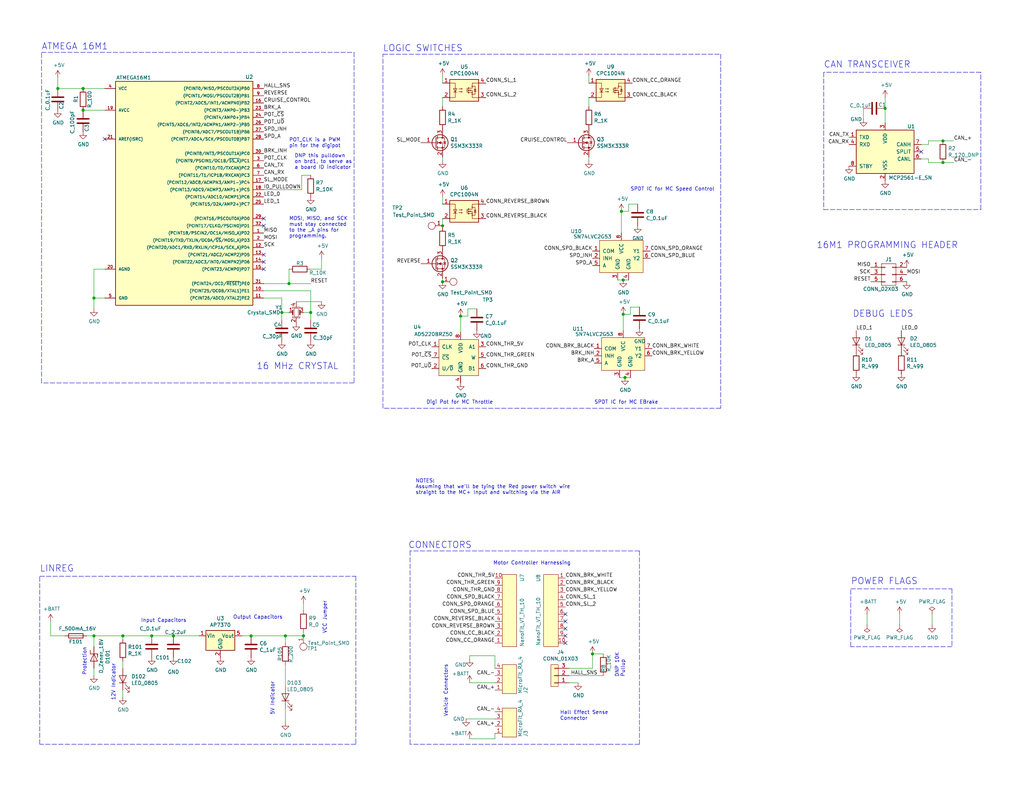
<source format=kicad_sch>
(kicad_sch (version 20211123) (generator eeschema)
  (paper "User" 359.994 279.4)
  (title_block (title "go-kart/motor_ctrl") (date "2022-02-26") (rev "1") (company "Olin Electric Motorsports") (comment 1 "Adi Ramachandran"))
  (junction (at 29.21 38.735))
  (junction (at 155.575 79.375))
  (junction (at 219.075 110.49))
  (junction (at 88.265 223.52))
  (junction (at 43.18 223.52))
  (junction (at 219.075 98.425))
  (junction (at 20.32 31.115))
  (junction (at 109.22 109.855))
  (junction (at 219.71 132.715))
  (junction (at 208.28 229.87))
  (junction (at 331.47 57.15))
  (junction (at 331.47 49.53))
  (junction (at 99.06 109.855))
  (junction (at 53.34 223.52))
  (junction (at 29.21 31.115))
  (junction (at 311.15 38.1))
  (junction (at 60.96 223.52))
  (junction (at 161.925 111.125))
  (junction (at 101.6 99.695))
  (junction (at 106.68 223.52))
  (junction (at 33.02 104.775))
  (junction (at 33.02 223.52))
  (junction (at 100.33 223.52))
  (junction (at 218.44 74.295))
  (junction (at 155.575 99.06))
  (no_connect (at 198.755 226.06))
  (no_connect (at 198.755 223.52))
  (no_connect (at 92.71 89.535))
  (no_connect (at 36.83 48.895))
  (no_connect (at 198.755 218.44))
  (no_connect (at 198.755 220.98))
  (no_connect (at 323.85 53.34))
  (no_connect (at 92.71 76.835))
  (no_connect (at 198.755 215.9))
  (no_connect (at 92.71 92.075))
  (no_connect (at 92.71 79.375))
  (no_connect (at 92.71 94.615))
  (wire (pts (xy 109.22 109.855) (xy 109.22 112.395)))
  (polyline (pts (xy 299.085 207.01) (xy 334.645 207.01)))
  (wire (pts (xy 109.22 94.615) (xy 113.03 94.615)))
  (wire (pts (xy 208.28 234.95) (xy 208.28 229.87)))
  (wire (pts (xy 92.71 99.695) (xy 101.6 99.695)))
  (polyline (pts (xy 124.46 18.415) (xy 124.46 134.62)))
  (wire (pts (xy 218.44 81.915) (xy 218.44 74.295)))
  (wire (pts (xy 43.18 223.52) (xy 53.34 223.52)))
  (wire (pts (xy 155.575 69.215) (xy 155.575 71.755)))
  (wire (pts (xy 106.045 66.675) (xy 106.045 61.595)))
  (polyline (pts (xy 344.805 73.66) (xy 344.805 25.4)))
  (wire (pts (xy 33.02 234.95) (xy 33.02 237.49)))
  (wire (pts (xy 100.33 226.06) (xy 100.33 223.52)))
  (wire (pts (xy 303.53 38.1) (xy 303.53 41.91)))
  (wire (pts (xy 155.575 34.29) (xy 155.575 37.465)))
  (wire (pts (xy 200.025 240.03) (xy 203.2 240.03)))
  (polyline (pts (xy 124.46 134.62) (xy 14.605 134.62)))
  (wire (pts (xy 33.02 94.615) (xy 36.83 94.615)))
  (wire (pts (xy 304.8 215.9) (xy 304.8 219.71)))
  (polyline (pts (xy 13.97 202.565) (xy 125.095 202.565)))
  (wire (pts (xy 208.28 229.87) (xy 212.09 229.87)))
  (wire (pts (xy 221.615 107.95) (xy 224.79 107.95)))
  (polyline (pts (xy 14.605 134.62) (xy 14.605 18.415)))
  (wire (pts (xy 161.925 111.125) (xy 164.465 111.125)))
  (wire (pts (xy 311.15 43.18) (xy 311.15 38.1)))
  (wire (pts (xy 17.78 218.44) (xy 17.78 223.52)))
  (polyline (pts (xy 224.79 193.675) (xy 144.145 193.675)))
  (wire (pts (xy 207.01 56.515) (xy 207.01 55.245)))
  (wire (pts (xy 219.075 98.425) (xy 220.98 98.425)))
  (wire (pts (xy 33.02 227.33) (xy 33.02 223.52)))
  (polyline (pts (xy 125.095 261.62) (xy 13.97 261.62)))
  (polyline (pts (xy 224.79 261.62) (xy 144.145 261.62)))
  (polyline (pts (xy 344.805 25.4) (xy 289.56 25.4)))
  (wire (pts (xy 106.68 214.63) (xy 106.68 212.09)))
  (wire (pts (xy 43.18 242.57) (xy 43.18 245.11)))
  (wire (pts (xy 33.02 108.585) (xy 33.02 104.775)))
  (wire (pts (xy 165.1 230.505) (xy 165.1 231.775)))
  (wire (pts (xy 106.045 61.595) (xy 109.22 61.595)))
  (wire (pts (xy 164.465 111.125) (xy 164.465 108.585)))
  (wire (pts (xy 101.6 99.695) (xy 109.22 99.695)))
  (wire (pts (xy 53.34 223.52) (xy 60.96 223.52)))
  (wire (pts (xy 220.98 71.755) (xy 224.155 71.755)))
  (wire (pts (xy 113.03 94.615) (xy 113.03 90.805)))
  (wire (pts (xy 167.64 108.585) (xy 164.465 108.585)))
  (wire (pts (xy 219.075 110.49) (xy 221.615 110.49)))
  (wire (pts (xy 100.33 223.52) (xy 106.68 223.52)))
  (wire (pts (xy 221.615 110.49) (xy 221.615 107.95)))
  (polyline (pts (xy 253.365 19.05) (xy 253.365 143.51)))
  (wire (pts (xy 155.575 26.67) (xy 155.575 29.21)))
  (polyline (pts (xy 253.365 143.51) (xy 134.62 143.51)))
  (wire (pts (xy 173.99 259.715) (xy 173.99 257.81)))
  (wire (pts (xy 29.21 31.115) (xy 36.83 31.115)))
  (wire (pts (xy 217.17 98.425) (xy 219.075 98.425)))
  (wire (pts (xy 109.22 102.235) (xy 92.71 102.235)))
  (wire (pts (xy 36.83 38.735) (xy 29.21 38.735)))
  (polyline (pts (xy 289.56 73.66) (xy 344.805 73.66)))
  (polyline (pts (xy 134.62 143.51) (xy 134.62 19.05)))
  (wire (pts (xy 212.09 237.49) (xy 200.025 237.49)))
  (wire (pts (xy 100.33 248.92) (xy 100.33 254)))
  (wire (pts (xy 323.85 55.88) (xy 326.39 55.88)))
  (wire (pts (xy 163.83 252.73) (xy 173.99 252.73)))
  (wire (pts (xy 165.1 259.715) (xy 173.99 259.715)))
  (wire (pts (xy 207.01 26.67) (xy 207.01 29.21)))
  (wire (pts (xy 326.39 55.88) (xy 326.39 57.15)))
  (wire (pts (xy 36.83 104.775) (xy 33.02 104.775)))
  (polyline (pts (xy 224.79 193.675) (xy 224.79 261.62)))
  (wire (pts (xy 155.575 97.79) (xy 155.575 99.06)))
  (wire (pts (xy 20.32 31.115) (xy 29.21 31.115)))
  (wire (pts (xy 326.39 50.8) (xy 326.39 49.53)))
  (polyline (pts (xy 134.62 19.05) (xy 253.365 19.05)))
  (polyline (pts (xy 334.645 207.01) (xy 334.645 227.33)))
  (wire (pts (xy 165.1 240.03) (xy 173.99 240.03)))
  (polyline (pts (xy 334.645 227.33) (xy 299.085 227.33)))
  (wire (pts (xy 331.47 49.53) (xy 335.28 49.53)))
  (wire (pts (xy 311.15 38.1) (xy 311.15 34.29)))
  (wire (pts (xy 200.025 234.95) (xy 208.28 234.95)))
  (wire (pts (xy 106.68 223.52) (xy 106.68 222.25)))
  (wire (pts (xy 316.23 219.71) (xy 316.23 215.9)))
  (wire (pts (xy 99.06 109.855) (xy 99.06 104.775)))
  (wire (pts (xy 104.14 106.045) (xy 113.03 106.045)))
  (polyline (pts (xy 299.085 227.33) (xy 299.085 207.01)))
  (wire (pts (xy 99.06 112.395) (xy 99.06 109.855)))
  (wire (pts (xy 207.01 34.29) (xy 207.01 37.465)))
  (polyline (pts (xy 289.56 25.4) (xy 289.56 73.66)))
  (wire (pts (xy 326.39 49.53) (xy 331.47 49.53)))
  (wire (pts (xy 219.71 132.715) (xy 221.615 132.715)))
  (wire (pts (xy 217.805 132.715) (xy 219.71 132.715)))
  (wire (pts (xy 219.075 110.49) (xy 219.075 116.205)))
  (wire (pts (xy 30.48 223.52) (xy 33.02 223.52)))
  (wire (pts (xy 173.99 230.505) (xy 165.1 230.505)))
  (polyline (pts (xy 13.97 261.62) (xy 13.97 202.565)))
  (wire (pts (xy 85.09 223.52) (xy 88.265 223.52)))
  (wire (pts (xy 173.99 230.505) (xy 173.99 234.95)))
  (wire (pts (xy 161.925 116.84) (xy 161.925 111.125)))
  (wire (pts (xy 43.18 232.41) (xy 43.18 234.95)))
  (wire (pts (xy 327.66 215.9) (xy 327.66 219.71)))
  (wire (pts (xy 43.18 223.52) (xy 43.18 224.79)))
  (wire (pts (xy 88.265 223.52) (xy 100.33 223.52)))
  (wire (pts (xy 326.39 57.15) (xy 331.47 57.15)))
  (wire (pts (xy 106.68 109.855) (xy 109.22 109.855)))
  (wire (pts (xy 100.33 233.68) (xy 100.33 241.3)))
  (polyline (pts (xy 144.145 261.62) (xy 144.145 193.675)))
  (wire (pts (xy 92.71 66.675) (xy 106.045 66.675)))
  (wire (pts (xy 155.575 79.375) (xy 155.575 80.01)))
  (wire (pts (xy 220.98 74.295) (xy 220.98 71.755)))
  (wire (pts (xy 20.32 27.305) (xy 20.32 31.115)))
  (wire (pts (xy 218.44 74.295) (xy 220.98 74.295)))
  (wire (pts (xy 155.575 56.515) (xy 155.575 55.245)))
  (wire (pts (xy 60.96 223.52) (xy 69.85 223.52)))
  (polyline (pts (xy 14.605 18.415) (xy 124.46 18.415)))
  (wire (pts (xy 33.02 223.52) (xy 43.18 223.52)))
  (wire (pts (xy 33.02 104.775) (xy 33.02 94.615)))
  (wire (pts (xy 109.22 109.855) (xy 109.22 102.235)))
  (wire (pts (xy 99.06 109.855) (xy 101.6 109.855)))
  (wire (pts (xy 331.47 57.15) (xy 335.28 57.15)))
  (wire (pts (xy 323.85 50.8) (xy 326.39 50.8)))
  (polyline (pts (xy 125.095 202.565) (xy 125.095 261.62)))
  (wire (pts (xy 155.575 76.835) (xy 155.575 79.375)))
  (wire (pts (xy 17.78 223.52) (xy 22.86 223.52)))
  (wire (pts (xy 101.6 99.695) (xy 101.6 94.615)))
  (wire (pts (xy 99.06 104.775) (xy 92.71 104.775)))
  (text "16 MHz CRYSTAL\n" (at 90.17 130.175 0) (effects (font (size 2.2606 2.2606)) (justify left bottom)))
  (text "SPDT IC for MC Speed Control " (at 221.615 67.31 0) (effects (font (size 1.27 1.27)) (justify left bottom)))
  (text "12V Indicator" (at 40.64 246.38 90) (effects (font (size 1.27 1.27)) (justify left bottom)))
  (text "Hall Effect Sense \nConnector" (at 196.85 253.365 0) (effects (font (size 1.27 1.27)) (justify left bottom)))
  (text "Output Capacitors\n" (at 81.915 217.805 0) (effects (font (size 1.27 1.27)) (justify left bottom)))
  (text "DEBUG LEDS" (at 299.72 111.76 0) (effects (font (size 2.2606 2.2606)) (justify left bottom)))
  (text "CAN TRANSCEIVER\n" (at 289.56 24.13 0) (effects (font (size 2.2606 2.2606)) (justify left bottom)))
  (text "Vehicle Connectors" (at 157.48 252.095 90) (effects (font (size 1.27 1.27)) (justify left bottom)))
  (text "DNP 10K\nPullup" (at 219.71 238.125 90) (effects (font (size 1.27 1.27)) (justify left bottom)))
  (text "SPDT IC for MC EBrake" (at 208.915 142.24 0) (effects (font (size 1.27 1.27)) (justify left bottom)))
  (text "VCC Jumper\n" (at 114.935 222.885 90) (effects (font (size 1.27 1.27)) (justify left bottom)))
  (text "ATMEGA 16M1\n" (at 14.605 17.78 0) (effects (font (size 2.2606 2.2606)) (justify left bottom)))
  (text "MOSI, MISO, and SCK \nmust stay connected \nto the _A pins for \nprogramming." (at 101.6 83.82 0) (effects (font (size 1.27 1.27)) (justify left bottom)))
  (text "LINREG" (at 13.97 201.295 0) (effects (font (size 2.2606 2.2606)) (justify left bottom)))
  (text "POT_CLK is a PWM \npin for the digipot" (at 101.6 52.07 0) (effects (font (size 1.27 1.27)) (justify left bottom)))
  (text "5V Indicator" (at 96.52 251.46 90) (effects (font (size 1.27 1.27)) (justify left bottom)))
  (text "16M1 PROGRAMMING HEADER\n" (at 287.02 87.63 0) (effects (font (size 2.2606 2.2606)) (justify left bottom)))
  (text "NOTES: \nAssuming that we'll be tying the Red power switch wire\nstraight to the MC+ Input and switching via the AIR" (at 146.05 173.99 0) (effects (font (size 1.27 1.27)) (justify left bottom)))
  (text "CONNECTORS" (at 143.51 193.04 0) (effects (font (size 2.2606 2.2606)) (justify left bottom)))
  (text "Input Capacitors\n\n" (at 49.53 220.98 0) (effects (font (size 1.27 1.27)) (justify left bottom)))
  (text "DNP this pulldown \non brd1, to serve as \na board ID indicator" (at 103.505 59.69 0) (effects (font (size 1.27 1.27)) (justify left bottom)))
  (text "Motor Controller Harnessing" (at 173.355 198.755 0) (effects (font (size 1.27 1.27)) (justify left bottom)))
  (text "POWER FLAGS\n" (at 299.085 205.74 0) (effects (font (size 2.2606 2.2606)) (justify left bottom)))
  (text "Digi Pot for MC Throttle" (at 149.86 142.24 0) (effects (font (size 1.27 1.27)) (justify left bottom)))
  (text "Protection\n" (at 30.48 237.49 90) (effects (font (size 1.27 1.27)) (justify left bottom)))
  (text "LOGIC SWITCHES" (at 134.62 18.415 0) (effects (font (size 2.2606 2.2606)) (justify left bottom)))
  (label "POT_CLK" (at 151.765 121.92 180))
  (label "CONN_CC_ORANGE" (at 222.25 29.21 0))
  (label "CONN_SPD_BLUE" (at 173.99 215.9 180))
  (label "SPD_A" (at 92.71 48.895 0))
  (label "CAN_-" (at 335.28 57.15 0))
  (label "CAN_TX" (at 92.71 59.055 0))
  (label "LED_1" (at 300.99 116.205 0))
  (label "CONN_SPD_BLACK" (at 173.99 210.82 180))
  (label "CAN_-" (at 173.99 250.19 180))
  (label "BRK_INH" (at 208.915 125.095 180))
  (label "CONN_BRK_BLACK" (at 198.755 205.74 0))
  (label "CONN_CC_BLACK" (at 173.99 223.52 180))
  (label "CONN_SPD_ORANGE" (at 228.6 88.265 0))
  (label "CAN_-" (at 173.99 237.49 180))
  (label "CONN_REVERSE_BROWN" (at 173.99 220.98 180))
  (label "RESET" (at 306.07 99.06 180))
  (label "BRK_A" (at 208.915 127.635 180))
  (label "CONN_CC_BLACK" (at 222.25 34.29 0))
  (label "CONN_SL_1" (at 170.815 29.21 0))
  (label "CONN_BRK_BLACK" (at 208.915 122.555 180))
  (label "SPD_INH" (at 92.71 46.355 0))
  (label "CAN_+" (at 335.28 49.53 0))
  (label "SPD_INH" (at 208.28 90.805 180))
  (label "CAN_RX" (at 298.45 50.8 180))
  (label "POT_~{CS}" (at 92.71 41.275 0))
  (label "BRK_INH" (at 92.71 53.975 0))
  (label "CAN_+" (at 173.99 242.57 180))
  (label "CONN_THR_5V" (at 173.99 203.2 180))
  (label "RESET" (at 109.22 99.695 0))
  (label "BRK_A" (at 92.71 38.735 0))
  (label "REVERSE" (at 147.955 92.71 180))
  (label "SL_MODE" (at 92.71 64.135 0))
  (label "POT_U~{D}" (at 92.71 43.815 0))
  (label "POT_CLK" (at 92.71 56.515 0))
  (label "CONN_CC_ORANGE" (at 173.99 226.06 180))
  (label "SCK" (at 306.07 96.52 180))
  (label "CRUISE_CONTROL" (at 92.71 36.195 0))
  (label "CRUISE_CONTROL" (at 199.39 50.165 180))
  (label "ID_PULLDOWN" (at 92.71 66.675 0))
  (label "CONN_SPD_BLUE" (at 228.6 90.805 0))
  (label "LED_0" (at 316.865 116.205 0))
  (label "POT_U~{D}" (at 151.765 129.54 180))
  (label "MOSI" (at 92.71 84.455 0))
  (label "CONN_THR_GND" (at 170.815 129.54 0))
  (label "CAN_TX" (at 298.45 48.26 180))
  (label "MISO" (at 306.07 93.98 180))
  (label "CONN_SL_2" (at 198.755 213.36 0))
  (label "SCK" (at 92.71 86.995 0))
  (label "CONN_REVERSE_BLACK" (at 170.815 76.835 0))
  (label "MOSI" (at 318.77 96.52 0))
  (label "CONN_BRK_WHITE" (at 229.235 122.555 0))
  (label "CONN_SPD_ORANGE" (at 173.99 213.36 180))
  (label "SL_MODE" (at 147.955 50.165 180))
  (label "CONN_BRK_YELLOW" (at 198.755 208.28 0))
  (label "HALL_SNS" (at 200.66 237.49 0))
  (label "REVERSE" (at 92.71 33.655 0))
  (label "CONN_THR_GREEN" (at 173.99 205.74 180))
  (label "CONN_SL_1" (at 198.755 210.82 0))
  (label "CONN_REVERSE_BLACK" (at 173.99 218.44 180))
  (label "MISO" (at 92.71 81.915 0))
  (label "CONN_THR_GREEN" (at 170.815 125.73 0))
  (label "LED_1" (at 92.71 71.755 0))
  (label "CONN_SPD_BLACK" (at 208.28 88.265 180))
  (label "CONN_BRK_WHITE" (at 198.755 203.2 0))
  (label "CONN_SL_2" (at 170.815 34.29 0))
  (label "SPD_A" (at 208.28 93.345 180))
  (label "CONN_BRK_YELLOW" (at 229.235 125.095 0))
  (label "POT_~{CS}" (at 151.765 125.73 180))
  (label "LED_0" (at 92.71 69.215 0))
  (label "CONN_REVERSE_BROWN" (at 170.815 71.755 0))
  (label "HALL_SNS" (at 92.71 31.115 0))
  (label "CONN_THR_5V" (at 170.815 121.92 0))
  (label "CONN_THR_GND" (at 173.99 208.28 180))
  (label "CAN_+" (at 173.99 255.27 180))
  (label "CAN_RX" (at 92.71 61.595 0))
  (symbol (lib_id "power:GND") (at 60.96 231.14 0) (unit 1)
    (property "Reference" "#PWR?" (effects hide))
    (property "Value" "GND" (at 60.96 236.22 0))
  )
  (symbol (lib_id "power:GND") (at 53.34 231.14 0) (unit 1)
    (property "Reference" "#PWR?" (effects hide))
    (property "Value" "GND" (at 53.467 235.5342 0))
  )
  (symbol (lib_id "formula:C_2.2uF") (at 60.96 228.6 0) (unit 1)
    (property "Reference" "C102" (at 62.23 232.41 0) (effects (justify left)))
    (property "Value" "C_2.2uF" (at 57.912 222.25 0) (effects (justify left)))
    (property "Footprint" "footprints:C_0603_1608Metric" (effects hide))
    (property "Datasheet" "http://www.yageo.com/documents/recent/UPY-GPHC_X5R_4V-to-50V_25.pdf" (effects hide))
    (property "MFN" "DK" (effects hide))
    (property "MPN" "311-1451-1-ND" (effects hide))
    (property "PurchasingLink" "https://www.digikey.com/product-detail/en/yageo/CC0603KRX5R6BB225/311-1451-1-ND/2833757" (effects hide))
  )
  (symbol (lib_id "formula:C_0.1uF") (at 53.34 227.33 0) (unit 1)
    (property "Reference" "C101" (at 54.61 231.14 0) (effects (justify left)))
    (property "Value" "C_0.1uF" (at 49.022 220.98 0) (effects (justify left)))
    (property "Footprint" "footprints:C_0805_OEM" (effects hide))
    (property "Datasheet" "http://datasheets.avx.com/X7RDielectric.pdf" (effects hide))
    (property "MFN" "DK" (effects hide))
    (property "MPN" "478-3352-1-ND" (effects hide))
    (property "PurchasingLink" "https://www.digikey.com/products/en?keywords=478-3352-1-ND" (effects hide))
  )
  (symbol (lib_id "power:GND") (at 327.66 219.71 0) (unit 1)
    (property "Reference" "#PWR?" (effects hide))
    (property "Value" "GND" (at 327.787 224.1042 0))
  )
  (symbol (lib_id "formula:F_500mA_16V") (at 26.67 223.52 270) (unit 1)
    (property "Reference" "F101" (at 26.67 225.552 90))
    (property "Value" "F_500mA_16V" (at 27.178 220.98 90))
    (property "Footprint" "footprints:Fuse_1210" (effects hide))
    (property "Datasheet" "https://belfuse.com/resources/CircuitProtection/datasheets/0ZCH%20Nov2016.pdf" (effects hide))
    (property "MFN" "DK" (effects hide))
    (property "MPN" "507-1786-1-ND" (effects hide))
    (property "PurchasingLink" "https://www.digikey.com/product-detail/en/bel-fuse-inc/0ZCH0050FF2G/507-1786-1-ND/4156209" (effects hide))
  )
  (symbol (lib_id "formula:LED_0805") (at 100.33 245.11 90) (unit 1)
    (property "Reference" "D103" (at 100.838 240.03 90) (effects (justify right)))
    (property "Value" "LED_0805" (at 100.838 242.316 90) (effects (justify right)))
    (property "Footprint" "footprints:LED_0805_OEM" (effects hide))
    (property "Datasheet" "http://www.osram-os.com/Graphics/XPic9/00078860_0.pdf" (effects hide))
    (property "MFN" "DK" (effects hide))
    (property "MPN" "475-1410-1-ND" (effects hide))
    (property "PurchasingLink" "https://www.digikey.com/products/en?keywords=475-1410-1-ND" (effects hide))
  )
  (symbol (lib_id "formula:R_200") (at 100.33 229.87 0) (unit 1)
    (property "Reference" "R105" (at 98.425 232.41 90) (effects (justify left)))
    (property "Value" "R_200" (at 102.235 233.045 90) (effects (justify left)))
    (property "Footprint" "footprints:R_0805_OEM" (effects hide))
    (property "Datasheet" "https://www.seielect.com/Catalog/SEI-RMCF_RMCP.pdf" (effects hide))
    (property "MFN" "DK" (effects hide))
    (property "MPN" "RMCF0805JT200RCT-ND" (effects hide))
    (property "PurchasingLink" "https://www.digikey.com/products/en?keywords=RMCF0805JT200RCT-ND" (effects hide))
  )
  (symbol (lib_id "power:GND") (at 100.33 254 0) (unit 1)
    (property "Reference" "#PWR?" (effects hide))
    (property "Value" "GND" (at 100.457 258.3942 0))
  )
  (symbol (lib_id "formula:D_Zener_18V") (at 33.02 231.14 270) (unit 1)
    (property "Reference" "D101" (at 37.846 230.886 0))
    (property "Value" "D_Zener_18V" (at 35.56 230.632 0))
    (property "Footprint" "footprints:DO-214AA" (effects hide))
    (property "Datasheet" "http://www.mccsemi.com/up_pdf/SMBJ5338B-SMBJ5388B(SMB).pdf" (effects hide))
    (property "MFN" "DK" (effects hide))
    (property "MPN" "SMBJ5355B-TPMSCT-ND" (effects hide))
    (property "PurchasingLink" "https://www.digikey.com/products/en?keywords=SMBJ5355B-TPMSCT-ND" (effects hide))
  )
  (symbol (lib_id "power:GND") (at 33.02 237.49 0) (unit 1)
    (property "Reference" "#PWR?" (effects hide))
    (property "Value" "GND" (at 33.147 241.8842 0))
  )
  (symbol (lib_id "formula:LED_0805") (at 43.18 238.76 90) (unit 1)
    (property "Reference" "D102" (at 46.1518 237.7948 90) (effects (justify right)))
    (property "Value" "LED_0805" (at 46.1518 240.1062 90) (effects (justify right)))
    (property "Footprint" "footprints:LED_0805_OEM" (effects hide))
    (property "Datasheet" "http://www.osram-os.com/Graphics/XPic9/00078860_0.pdf" (effects hide))
    (property "MFN" "DK" (effects hide))
    (property "MPN" "475-1410-1-ND" (effects hide))
    (property "PurchasingLink" "https://www.digikey.com/products/en?keywords=475-1410-1-ND" (effects hide))
  )
  (symbol (lib_id "power:GND") (at 43.18 245.11 0) (unit 1)
    (property "Reference" "#PWR?" (effects hide))
    (property "Value" "GND" (at 43.307 249.5042 0))
  )
  (symbol (lib_id "formula:ATMEGA16M1") (at 64.77 74.295 0) (unit 1)
    (property "Reference" "U2" (at 87.63 27.051 0))
    (property "Value" "ATMEGA16M1" (at 46.99 27.305 0))
    (property "Footprint" "footprints:TQFP-32_7x7mm_Pitch0.8mm" (effects hide))
    (property "Datasheet" "http://ww1.microchip.com/downloads/en/DeviceDoc/Atmel-8209-8-bit%20AVR%20ATmega16M1-32M1-64M1_Datasheet.pdf" (effects hide))
    (property "MFN" "DK" (effects hide))
    (property "MPN" "ATMEGA16M1-AU-ND" (effects hide))
    (property "PurchasingLink" "https://www.digikey.com/product-detail/en/atmel/ATMEGA16M1-AU/ATMEGA16M1-AU-ND/2271208" (effects hide))
  )
  (symbol (lib_id "formula:R_100") (at 29.21 34.925 0) (unit 1)
    (property "Reference" "R1" (at 26.67 36.195 90) (effects (justify left)))
    (property "Value" "R_100" (at 31.496 37.973 90) (effects (justify left)))
    (property "Footprint" "footprints:R_0805_OEM" (effects hide))
    (property "Datasheet" "https://www.seielect.com/Catalog/SEI-rncp.pdf" (effects hide))
    (property "MFN" "DK" (effects hide))
    (property "MPN" "RNCP0805FTD100RCT-ND" (effects hide))
    (property "PurchasingLink" "https://www.digikey.com/products/en?keywords=RNCP0805FTD100RCT-ND" (effects hide))
  )
  (symbol (lib_id "formula:C_0.1uF") (at 20.32 34.925 0) (unit 1)
    (property "Reference" "C2" (at 21.59 38.481 90) (effects (justify left)))
    (property "Value" "C_0.1uF" (at 16.764 38.989 90) (effects (justify left)))
    (property "Footprint" "footprints:C_0805_OEM" (effects hide))
    (property "Datasheet" "http://datasheets.avx.com/X7RDielectric.pdf" (effects hide))
    (property "MFN" "DK" (effects hide))
    (property "MPN" "478-3352-1-ND" (effects hide))
    (property "PurchasingLink" "https://www.digikey.com/products/en?keywords=478-3352-1-ND" (effects hide))
  )
  (symbol (lib_id "formula:C_100pF") (at 29.21 42.545 0) (unit 1)
    (property "Reference" "C3" (at 30.48 46.355 90) (effects (justify left)))
    (property "Value" "C_100pF" (at 25.4 47.117 90) (effects (justify left)))
    (property "Footprint" "footprints:C_0805_OEM" (effects hide))
    (property "Datasheet" "https://katalog.we-online.de/pbs/datasheet/885012007057.pdf" (effects hide))
    (property "MFN" "DK" (effects hide))
    (property "MPN" "732-7852-1-ND" (effects hide))
    (property "PurchasingLink" "https://www.digikey.com/product-detail/en/wurth-electronics-inc/885012007057/732-7852-1-ND/5454479" (effects hide))
  )
  (symbol (lib_id "power:GND") (at 20.32 38.735 0) (unit 1)
    (property "Reference" "#PWR?" (effects hide))
    (property "Value" "GND" (at 20.447 43.1292 0))
  )
  (symbol (lib_id "power:GND") (at 29.21 46.355 0) (unit 1)
    (property "Reference" "#PWR?" (effects hide))
    (property "Value" "GND" (at 29.337 50.7492 0))
  )
  (symbol (lib_id "formula:Crystal_SMD") (at 104.14 109.855 0) (unit 1)
    (property "Reference" "Y1" (at 96.774 108.077 0) (effects (justify left)))
    (property "Value" "Crystal_SMD" (at 86.868 109.855 0) (effects (justify left)))
    (property "Footprint" "footprints:Crystal_SMD_FA238" (effects hide))
    (property "Datasheet" "http://www.txccorp.com/download/products/quartz_crystals/2015TXC_7M_17.pdf" (effects hide))
    (property "MFN" "DK" (effects hide))
    (property "MPN" "887-1125-1-ND" (effects hide))
    (property "PurchasingLink" "https://www.digikey.com/product-detail/en/txc-corporation/7M-16.000MAAJ-T/887-1125-1-ND/2119014" (effects hide))
  )
  (symbol (lib_id "formula:C_30pF") (at 99.06 116.205 0) (unit 1)
    (property "Reference" "C4" (at 96.266 114.173 0) (effects (justify left)))
    (property "Value" "C_30pF" (at 92.202 118.237 0) (effects (justify left)))
    (property "Footprint" "footprints:C_0805_OEM" (effects hide))
    (property "Datasheet" "https://media.digikey.com/pdf/Data%20Sheets/Samsung%20PDFs/CL_Series_MLCC_ds.pdf" (effects hide))
    (property "MFN" "DK" (effects hide))
    (property "MPN" "1276-1130-1-ND" (effects hide))
    (property "PurchasingLink" "https://www.digikey.com/product-detail/en/samsung-electro-mechanics-america-inc/CL21C300JBANNNC/1276-1130-1-ND/3889216" (effects hide))
  )
  (symbol (lib_id "formula:C_30pF") (at 109.22 116.205 0) (unit 1)
    (property "Reference" "C5" (at 109.728 114.173 0) (effects (justify left)))
    (property "Value" "C_30pF" (at 109.982 118.745 0) (effects (justify left)))
    (property "Footprint" "footprints:C_0805_OEM" (effects hide))
    (property "Datasheet" "https://media.digikey.com/pdf/Data%20Sheets/Samsung%20PDFs/CL_Series_MLCC_ds.pdf" (effects hide))
    (property "MFN" "DK" (effects hide))
    (property "MPN" "1276-1130-1-ND" (effects hide))
    (property "PurchasingLink" "https://www.digikey.com/product-detail/en/samsung-electro-mechanics-america-inc/CL21C300JBANNNC/1276-1130-1-ND/3889216" (effects hide))
  )
  (symbol (lib_id "formula:R_10K") (at 105.41 94.615 270) (unit 1)
    (property "Reference" "R3" (at 105.41 92.583 90))
    (property "Value" "R_10K" (at 111.76 95.885 90))
    (property "Footprint" "footprints:R_0805_OEM" (effects hide))
    (property "Datasheet" "http://www.bourns.com/data/global/pdfs/CRS.pdf" (effects hide))
    (property "MFN" "DK" (effects hide))
    (property "MPN" "CRS0805-FX-1002ELFCT-ND" (effects hide))
    (property "PurchasingLink" "https://www.digikey.com/products/en?keywords=CRS0805-FX-1002ELFCT-ND" (effects hide))
  )
  (symbol (lib_id "power:GND") (at 99.06 120.015 0) (unit 1)
    (property "Reference" "#PWR?" (effects hide))
    (property "Value" "GND" (at 99.187 124.4092 0))
  )
  (symbol (lib_id "power:GND") (at 109.22 120.015 0) (unit 1)
    (property "Reference" "#PWR?" (effects hide))
    (property "Value" "GND" (at 109.347 124.4092 0))
  )
  (symbol (lib_id "power:GND") (at 104.14 113.665 0) (unit 1)
    (property "Reference" "#PWR?" (effects hide))
    (property "Value" "GND" (at 104.267 118.0592 0))
  )
  (symbol (lib_id "power:GND") (at 113.03 106.045 0) (unit 1)
    (property "Reference" "#PWR?" (effects hide))
    (property "Value" "GND" (at 113.157 110.4392 0))
  )
  (symbol (lib_id "power:GND") (at 33.02 108.585 0) (unit 1)
    (property "Reference" "#PWR?" (effects hide))
    (property "Value" "GND" (at 33.147 112.9792 0))
  )
  (symbol (lib_id "formula:MCP2561-E_SN") (at 311.15 53.34 0) (unit 1)
    (property "Reference" "U1" (at 320.294 44.45 0))
    (property "Value" "MCP2561-E_SN" (at 320.04 62.484 0))
    (property "Footprint" "footprints:SOIC-8_3.9x4.9mm_Pitch1.27mm_OEM" (effects hide))
    (property "Datasheet" "http://www.microchip.com/mymicrochip/filehandler.aspx?ddocname=en561044" (effects hide))
    (property "MFN" "DK" (effects hide))
    (property "MPN" "MCP2561-E/SN-ND" (effects hide))
    (property "PurchasingLink" "https://www.digikey.com/products/en?keywords=mcp2561-e%2Fsn" (effects hide))
  )
  (symbol (lib_id "formula:C_0.1uF") (at 307.34 38.1 270) (unit 1)
    (property "Reference" "C1" (at 310.134 36.83 90))
    (property "Value" "C_0.1uF" (at 302.514 37.084 90))
    (property "Footprint" "footprints:C_0805_OEM" (effects hide))
    (property "Datasheet" "http://datasheets.avx.com/X7RDielectric.pdf" (effects hide))
    (property "MFN" "DK" (effects hide))
    (property "MPN" "478-3352-1-ND" (effects hide))
    (property "PurchasingLink" "https://www.digikey.com/products/en?keywords=478-3352-1-ND" (effects hide))
  )
  (symbol (lib_id "power:GND") (at 303.53 41.91 0) (unit 1)
    (property "Reference" "#PWR?" (effects hide))
    (property "Value" "GND" (at 300.99 41.91 0))
  )
  (symbol (lib_id "power:GND") (at 311.15 63.5 0) (unit 1)
    (property "Reference" "#PWR?" (effects hide))
    (property "Value" "GND" (at 311.277 67.8942 0))
  )
  (symbol (lib_id "power:GND") (at 298.45 58.42 0) (unit 1)
    (property "Reference" "#PWR?" (effects hide))
    (property "Value" "GND" (at 298.577 62.8142 0))
  )
  (symbol (lib_id "power:PWR_FLAG") (at 304.8 219.71 180) (unit 1)
    (property "Reference" "#FLG?" (effects hide))
    (property "Value" "PWR_FLAG" (at 304.8 224.1296 0))
  )
  (symbol (lib_id "power:PWR_FLAG") (at 316.23 219.71 180) (unit 1)
    (property "Reference" "#FLG?" (effects hide))
    (property "Value" "PWR_FLAG" (at 316.23 224.1296 0))
  )
  (symbol (lib_id "power:PWR_FLAG") (at 327.66 215.9 0) (unit 1)
    (property "Reference" "#FLG?" (effects hide))
    (property "Value" "PWR_FLAG" (at 327.66 211.4804 0))
  )
  (symbol (lib_id "formula:CONN_02X03") (at 312.42 96.52 0) (unit 1)
    (property "Reference" "J1" (at 312.42 91.186 0))
    (property "Value" "CONN_02X03" (at 309.626 101.6 0))
    (property "Footprint" "footprints:Pin_Header_Straight_2x03" (effects hide))
    (property "Datasheet" "http://portal.fciconnect.com/Comergent//fci/drawing/67996.pdf" (effects hide))
    (property "MFN" "DK" (effects hide))
    (property "MPN" "609-3234-ND" (effects hide))
    (property "PurchasingLink" "https://www.digikey.com/product-detail/en/amphenol-fci/67997-206HLF/609-3234-ND/1878491" (effects hide))
  )
  (symbol (lib_id "power:GND") (at 318.77 99.06 0) (unit 1)
    (property "Reference" "#PWR?" (effects hide))
    (property "Value" "GND" (at 318.897 103.4542 0))
  )
  (symbol (lib_id "formula:R_1K") (at 43.18 228.6 0) (unit 1)
    (property "Reference" "R101" (at 44.958 227.4316 0) (effects (justify left)))
    (property "Value" "R_1K" (at 44.958 229.743 0) (effects (justify left)))
    (property "Footprint" "footprints:R_0805_OEM" (effects hide))
    (property "Datasheet" "https://www.seielect.com/Catalog/SEI-rncp.pdf" (effects hide))
    (property "MFN" "DK" (effects hide))
    (property "MPN" "RNCP0805FTD1K00CT-ND" (effects hide))
    (property "PurchasingLink" "https://www.digikey.com/products/en?keywords=RNCP0805FTD1K00CT-ND" (effects hide))
  )
  (symbol (lib_id "formula:R_120_DNP") (at 331.47 53.34 0) (unit 1)
    (property "Reference" "R2" (at 333.248 52.1716 0) (effects (justify left)))
    (property "Value" "R_120_DNP" (at 333.248 54.483 0) (effects (justify left)))
    (property "Footprint" "footprints:R_0805_OEM" (effects hide))
    (property "Datasheet" "https://www.mouser.com/datasheet/2/315/AOA0000C304-1149620.pdf" (effects hide))
    (property "MFN" "DK" (effects hide))
    (property "MPN" "667-ERJ-6ENF1200V" (effects hide))
    (property "PurchasingLink" "https://www.mouser.com/ProductDetail/Panasonic-Industrial-Devices/ERJ-6ENF1200V?qs=sGAEpiMZZMvdGkrng054t8AJgcdMkx7x%252bFQnctTMUmU%3d" (effects hide))
  )
  (symbol (lib_id "power:+5V") (at 106.68 212.09 0) (unit 1)
    (property "Reference" "#PWR?" (effects hide))
    (property "Value" "+5V" (at 107.061 207.6958 0))
  )
  (symbol (lib_id "power:+5V") (at 20.32 27.305 0) (unit 1)
    (property "Reference" "#PWR?" (effects hide))
    (property "Value" "+5V" (at 20.701 22.9108 0))
  )
  (symbol (lib_id "power:+5V") (at 311.15 34.29 0) (unit 1)
    (property "Reference" "#PWR?" (effects hide))
    (property "Value" "+5V" (at 311.531 29.8958 0))
  )
  (symbol (lib_id "power:+5V") (at 318.77 93.98 0) (unit 1)
    (property "Reference" "#PWR?" (effects hide))
    (property "Value" "+5V" (at 319.151 89.5858 0))
  )
  (symbol (lib_id "power:+5V") (at 316.23 215.9 0) (unit 1)
    (property "Reference" "#PWR?" (effects hide))
    (property "Value" "+5V" (at 316.611 211.5058 0))
  )
  (symbol (lib_id "power:+5V") (at 113.03 90.805 0) (unit 1)
    (property "Reference" "#PWR?" (effects hide))
    (property "Value" "+5V" (at 113.411 86.4108 0))
  )
  (symbol (lib_id "power:+BATT") (at 17.78 218.44 0) (unit 1)
    (property "Reference" "#PWR?" (effects hide))
    (property "Value" "+BATT" (at 18.161 214.0458 0))
  )
  (symbol (lib_id "power:+BATT") (at 304.8 215.9 0) (unit 1)
    (property "Reference" "#PWR?" (effects hide))
    (property "Value" "+BATT" (at 305.181 211.5058 0))
  )
  (symbol (lib_id "formula:AP7370") (at 77.47 223.52 0) (unit 1)
    (property "Reference" "U3" (at 77.47 217.3732 0))
    (property "Value" "AP7370" (at 77.47 219.6846 0))
    (property "Footprint" "footprints:SOT-23-5" (effects hide))
    (property "Datasheet" "https://www.diodes.com/assets/Datasheets/AP7370.pdf" (effects hide))
    (property "MFN" "DK" (effects hide))
    (property "MPN" "AP7370-50W5-7DICT-ND" (effects hide))
    (property "PurchasingLink" "https://www.digikey.com/en/products/detail/diodes-incorporated/AP7370-50W5-7/10235827" (effects hide))
  )
  (symbol (lib_id "formula:C_1uF") (at 88.265 228.6 0) (unit 1)
    (property "Reference" "C6" (at 91.186 226.1616 0) (effects (justify left)))
    (property "Value" "C_1uF" (at 91.186 228.473 0) (effects (justify left)))
    (property "Footprint" "footprints:C_0805_OEM" (effects hide))
    (property "Datasheet" "https://www.yageo.com/upload/media/product/productsearch/datasheet/mlcc/UPY-GPHC_Y5V_6.3V-to-50V_9.pdf" (effects hide))
    (property "PurchasingLink" "https://www.digikey.com/product-detail/en/yageo/CC0805ZKY5V9BB105/311-1909-1-ND/5195811#images" (effects hide))
  )
  (symbol (lib_id "power:GND") (at 88.265 231.14 0) (unit 1)
    (property "Reference" "#PWR?" (effects hide))
    (property "Value" "GND" (at 88.392 235.5342 0))
  )
  (symbol (lib_id "power:GND") (at 77.47 231.14 0) (unit 1)
    (property "Reference" "#PWR?" (effects hide))
    (property "Value" "GND" (at 77.597 235.5342 0))
  )
  (symbol (lib_id "formula:SSM3K333R") (at 153.035 50.165 0) (unit 1)
    (property "Reference" "Q1" (at 158.2674 48.9966 0) (effects (justify left)))
    (property "Value" "SSM3K333R" (at 158.2674 51.308 0) (effects (justify left)))
    (property "Footprint" "footprints:SOT-23F" (effects hide))
    (property "Datasheet" "https://drive.google.com/drive/folders/0B-V-iZf33Y4GNzhDQTJZanJRbVk" (effects hide))
    (property "MFN" "DK" (effects hide))
    (property "MPN" "SSM3K333RLFCT-ND" (effects hide))
    (property "PurchasingLink" "https://www.digikey.com/product-detail/en/toshiba-semiconductor-and-storage/SSM3K333RLF/SSM3K333RLFCT-ND/3522391" (effects hide))
  )
  (symbol (lib_id "power:GND") (at 155.575 56.515 0) (unit 1)
    (property "Reference" "#PWR?" (effects hide))
    (property "Value" "GND" (at 155.702 60.9092 0))
  )
  (symbol (lib_id "formula:CPC1004N") (at 163.195 31.75 0) (unit 1)
    (property "Reference" "U5" (at 163.195 23.495 0))
    (property "Value" "CPC1004N" (at 163.195 25.8064 0))
    (property "Footprint" "Package_SO:SOP-4_3.8x4.1mm_P2.54mm" (effects hide))
    (property "Datasheet" "https://www.ixysic.com/home/pdfs.nsf/www/CPC1004N.pdf/$file/CPC1004N.pdf" (effects hide))
  )
  (symbol (lib_id "formula:R_1K") (at 155.575 41.275 0) (unit 1)
    (property "Reference" "R4" (at 157.353 40.1066 0) (effects (justify left)))
    (property "Value" "R_1K" (at 157.353 42.418 0) (effects (justify left)))
    (property "Footprint" "footprints:R_0805_OEM" (effects hide))
    (property "Datasheet" "https://www.seielect.com/Catalog/SEI-rncp.pdf" (effects hide))
    (property "MFN" "DK" (effects hide))
    (property "MPN" "RNCP0805FTD1K00CT-ND" (effects hide))
    (property "PurchasingLink" "https://www.digikey.com/products/en?keywords=RNCP0805FTD1K00CT-ND" (effects hide))
  )
  (symbol (lib_id "power:+5V") (at 155.575 26.67 0) (unit 1)
    (property "Reference" "#PWR?" (effects hide))
    (property "Value" "+5V" (at 155.956 22.2758 0))
  )
  (symbol (lib_id "formula:SSM3K333R") (at 153.035 92.71 0) (unit 1)
    (property "Reference" "Q2" (at 158.2674 91.5416 0) (effects (justify left)))
    (property "Value" "SSM3K333R" (at 158.2674 93.853 0) (effects (justify left)))
    (property "Footprint" "footprints:SOT-23F" (effects hide))
    (property "Datasheet" "https://drive.google.com/drive/folders/0B-V-iZf33Y4GNzhDQTJZanJRbVk" (effects hide))
    (property "MFN" "DK" (effects hide))
    (property "MPN" "SSM3K333RLFCT-ND" (effects hide))
    (property "PurchasingLink" "https://www.digikey.com/product-detail/en/toshiba-semiconductor-and-storage/SSM3K333RLF/SSM3K333RLFCT-ND/3522391" (effects hide))
  )
  (symbol (lib_id "power:GND") (at 155.575 99.06 0) (unit 1)
    (property "Reference" "#PWR?" (effects hide))
    (property "Value" "GND" (at 155.702 103.4542 0))
  )
  (symbol (lib_id "formula:CPC1004N") (at 163.195 74.295 0) (unit 1)
    (property "Reference" "U6" (at 163.195 66.04 0))
    (property "Value" "CPC1004N" (at 163.195 68.3514 0))
    (property "Footprint" "Package_SO:SOP-4_3.8x4.1mm_P2.54mm" (effects hide))
    (property "Datasheet" "https://www.ixysic.com/home/pdfs.nsf/www/CPC1004N.pdf/$file/CPC1004N.pdf" (effects hide))
  )
  (symbol (lib_id "formula:R_1K") (at 155.575 83.82 0) (unit 1)
    (property "Reference" "R5" (at 157.353 82.6516 0) (effects (justify left)))
    (property "Value" "R_1K" (at 157.353 84.963 0) (effects (justify left)))
    (property "Footprint" "footprints:R_0805_OEM" (effects hide))
    (property "Datasheet" "https://www.seielect.com/Catalog/SEI-rncp.pdf" (effects hide))
    (property "MFN" "DK" (effects hide))
    (property "MPN" "RNCP0805FTD1K00CT-ND" (effects hide))
    (property "PurchasingLink" "https://www.digikey.com/products/en?keywords=RNCP0805FTD1K00CT-ND" (effects hide))
  )
  (symbol (lib_id "power:+5V") (at 155.575 69.215 0) (unit 1)
    (property "Reference" "#PWR?" (effects hide))
    (property "Value" "+5V" (at 155.956 64.8208 0))
  )
  (symbol (lib_id "formula:CONN_01X03") (at 193.675 237.49 180) (unit 1)
    (property "Reference" "J4" (at 197.0532 229.235 0))
    (property "Value" "CONN_01X03" (at 197.0532 231.5464 0))
    (property "Footprint" "Connector_PinHeader_2.54mm:PinHeader_1x03_P2.54mm_Vertical" (effects hide))
    (property "Datasheet" "https://www.mouser.com/datasheet/2/181/M20-999-1218971.pdf" (effects hide))
    (property "MFN" "Mouser" (effects hide))
    (property "MPN" "855-M20-9990346" (effects hide))
    (property "PurchasingLink" "https://www.mouser.com/ProductDetail/Harwin/M20-9990346?qs=sGAEpiMZZMs%252bGHln7q6pmzlZUuX%2f53qj1ROyRKct5o4%3d" (effects hide))
  )
  (symbol (lib_id "formula:SSM3K333R") (at 204.47 50.165 0) (unit 1)
    (property "Reference" "Q3" (at 209.7024 48.9966 0) (effects (justify left)))
    (property "Value" "SSM3K333R" (at 209.7024 51.308 0) (effects (justify left)))
    (property "Footprint" "footprints:SOT-23F" (effects hide))
    (property "Datasheet" "https://drive.google.com/drive/folders/0B-V-iZf33Y4GNzhDQTJZanJRbVk" (effects hide))
    (property "MFN" "DK" (effects hide))
    (property "MPN" "SSM3K333RLFCT-ND" (effects hide))
    (property "PurchasingLink" "https://www.digikey.com/product-detail/en/toshiba-semiconductor-and-storage/SSM3K333RLF/SSM3K333RLFCT-ND/3522391" (effects hide))
  )
  (symbol (lib_id "power:GND") (at 207.01 56.515 0) (unit 1)
    (property "Reference" "#PWR?" (effects hide))
    (property "Value" "GND" (at 207.137 60.9092 0))
  )
  (symbol (lib_id "formula:CPC1004N") (at 214.63 31.75 0) (unit 1)
    (property "Reference" "U9" (at 214.63 23.495 0))
    (property "Value" "CPC1004N" (at 214.63 25.8064 0))
    (property "Footprint" "Package_SO:SOP-4_3.8x4.1mm_P2.54mm" (effects hide))
    (property "Datasheet" "https://www.ixysic.com/home/pdfs.nsf/www/CPC1004N.pdf/$file/CPC1004N.pdf" (effects hide))
  )
  (symbol (lib_id "formula:R_1K") (at 207.01 41.275 0) (unit 1)
    (property "Reference" "R6" (at 208.788 40.1066 0) (effects (justify left)))
    (property "Value" "R_1K" (at 208.788 42.418 0) (effects (justify left)))
    (property "Footprint" "footprints:R_0805_OEM" (effects hide))
    (property "Datasheet" "https://www.seielect.com/Catalog/SEI-rncp.pdf" (effects hide))
    (property "MFN" "DK" (effects hide))
    (property "MPN" "RNCP0805FTD1K00CT-ND" (effects hide))
    (property "PurchasingLink" "https://www.digikey.com/products/en?keywords=RNCP0805FTD1K00CT-ND" (effects hide))
  )
  (symbol (lib_id "power:+5V") (at 207.01 26.67 0) (unit 1)
    (property "Reference" "#PWR?" (effects hide))
    (property "Value" "+5V" (at 207.391 22.2758 0))
  )
  (symbol (lib_id "formula:AD5220BRZ50") (at 161.925 124.46 0) (unit 1)
    (property "Reference" "U4" (at 146.685 114.935 0))
    (property "Value" "AD5220BRZ50" (at 152.4 117.475 0))
    (property "Footprint" "footprints:SOIC-8_3.9x4.9mm_Pitch1.27mm_OEM" (effects hide))
    (property "Datasheet" "https://www.analog.com/media/en/technical-documentation/data-sheets/AD5220.pdf" (effects hide))
    (property "Purchasing Link" "https://www.digikey.com/en/products/detail/analog-devices-inc/AD5220BRZ50/997391" (effects hide))
  )
  (symbol (lib_id "power:+5V") (at 161.925 111.125 0) (unit 1)
    (property "Reference" "#PWR?" (effects hide))
    (property "Value" "+5V" (at 162.306 106.7308 0))
  )
  (symbol (lib_id "power:GND") (at 161.925 134.62 0) (unit 1)
    (property "Reference" "#PWR?" (effects hide))
    (property "Value" "GND" (at 162.052 139.0142 0))
  )
  (symbol (lib_id "power:+BATT") (at 165.1 240.03 0) (unit 1)
    (property "Reference" "#PWR?" (effects hide))
    (property "Value" "+BATT" (at 161.925 236.855 0))
  )
  (symbol (lib_id "formula:R_10K") (at 109.22 65.405 0) (unit 1)
    (property "Reference" "R7" (at 110.998 64.2366 0) (effects (justify left)))
    (property "Value" "R_10K" (at 110.998 66.548 0) (effects (justify left)))
    (property "Footprint" "footprints:R_0805_OEM" (effects hide))
    (property "Datasheet" "http://www.bourns.com/data/global/pdfs/CRS.pdf" (effects hide))
    (property "MFN" "DK" (effects hide))
    (property "MPN" "CRS0805-FX-1002ELFCT-ND" (effects hide))
    (property "PurchasingLink" "https://www.digikey.com/products/en?keywords=CRS0805-FX-1002ELFCT-ND" (effects hide))
  )
  (symbol (lib_id "formula:SN74LVC2G53") (at 217.17 86.995 0) (unit 1)
    (property "Reference" "U10" (at 202.565 81.28 0))
    (property "Value" "SN74LVC2G53" (at 208.28 83.185 0))
    (property "Footprint" "Package_SO:MSOP-8_3x3mm_P0.65mm" (effects hide))
    (property "Datasheet" "https://www.ti.com/lit/ds/symlink/sn74lvc2g53.pdf?HQS=dis-dk-null-digikeymode-dsf-pf-null-wwe&ts=1645907797820&ref_url=https%253A%252F%252Fwww.ti.com%252Fgeneral%252Fdocs%252Fsuppproductinfo.tsp%253FdistId%253D10%2526gotoUrl%253Dhttps%253A%252F%252Fwww.ti.com%252Flit%252Fgpn%252Fsn74lvc2g53" (effects hide))
    (property "Purchasing Link" "https://www.digikey.com/en/products/detail/texas-instruments/SN74LVC2G53DCTR/484835" (effects hide))
  )
  (symbol (lib_id "power:GND") (at 109.22 69.215 0) (unit 1)
    (property "Reference" "#PWR?" (effects hide))
    (property "Value" "GND" (at 109.347 73.6092 0))
  )
  (symbol (lib_id "power:GND") (at 165.1 231.775 0) (unit 1)
    (property "Reference" "#PWR?" (effects hide))
    (property "Value" "GND" (at 161.925 233.68 0))
  )
  (symbol (lib_id "power:GND") (at 219.075 98.425 0) (unit 1)
    (property "Reference" "#PWR?" (effects hide))
    (property "Value" "GND" (at 219.202 102.8192 0))
  )
  (symbol (lib_id "formula:MicroFit_RA_4") (at 179.07 238.76 180) (unit 1)
    (property "Reference" "J2" (at 184.785 243.84 90) (effects (justify right)))
    (property "Value" "MicroFit_RA_4" (at 182.88 243.84 90) (effects (justify right)))
    (property "Footprint" "footprints:MicroFit_RA_4" (effects hide))
    (property "Purchasing Link" "https://www.digikey.com/product-detail/en/molex/0430450400/WM1814-ND/252527" (effects hide))
    (property "PurchasingLink" "https://www.digikey.com/product-detail/en/molex/0430450400/WM1814-ND/252527" (effects hide))
  )
  (symbol (lib_id "formula:MicroFit_RA_4") (at 179.07 254 180) (unit 1)
    (property "Reference" "J3" (at 184.785 259.08 90) (effects (justify right)))
    (property "Value" "MicroFit_RA_4" (at 182.88 259.08 90) (effects (justify right)))
    (property "Footprint" "footprints:MicroFit_RA_4" (effects hide))
    (property "Purchasing Link" "https://www.digikey.com/product-detail/en/molex/0430450400/WM1814-ND/252527" (effects hide))
    (property "PurchasingLink" "https://www.digikey.com/product-detail/en/molex/0430450400/WM1814-ND/252527" (effects hide))
  )
  (symbol (lib_id "power:+BATT") (at 165.1 259.715 0) (unit 1)
    (property "Reference" "#PWR?" (effects hide))
    (property "Value" "+BATT" (at 161.29 257.81 0))
  )
  (symbol (lib_id "power:GND") (at 163.83 252.73 0) (unit 1)
    (property "Reference" "#PWR?" (effects hide))
    (property "Value" "GND" (at 161.29 252.73 0))
  )
  (symbol (lib_id "formula:SN74LVC2G53") (at 217.805 121.285 0) (unit 1)
    (property "Reference" "U11" (at 203.2 115.57 0))
    (property "Value" "SN74LVC2G53" (at 208.915 117.475 0))
    (property "Footprint" "Package_SO:MSOP-8_3x3mm_P0.65mm" (effects hide))
    (property "Datasheet" "https://www.ti.com/lit/ds/symlink/sn74lvc2g53.pdf?HQS=dis-dk-null-digikeymode-dsf-pf-null-wwe&ts=1645907797820&ref_url=https%253A%252F%252Fwww.ti.com%252Fgeneral%252Fdocs%252Fsuppproductinfo.tsp%253FdistId%253D10%2526gotoUrl%253Dhttps%253A%252F%252Fwww.ti.com%252Flit%252Fgpn%252Fsn74lvc2g53" (effects hide))
    (property "Purchasing Link" "https://www.digikey.com/en/products/detail/texas-instruments/SN74LVC2G53DCTR/484835" (effects hide))
  )
  (symbol (lib_id "power:GND") (at 219.71 132.715 0) (unit 1)
    (property "Reference" "#PWR?" (effects hide))
    (property "Value" "GND" (at 219.837 137.1092 0))
  )
  (symbol (lib_id "power:+5V") (at 219.075 110.49 0) (unit 1)
    (property "Reference" "#PWR?" (effects hide))
    (property "Value" "+5V" (at 219.456 106.0958 0))
  )
  (symbol (lib_id "formula:R_0") (at 106.68 218.44 0) (unit 1)
    (property "Reference" "R9" (at 108.458 217.2716 0) (effects (justify left)))
    (property "Value" "R_0" (at 108.458 219.583 0) (effects (justify left)))
    (property "Footprint" "footprints:R_0603_1608Metric" (effects hide))
    (property "Datasheet" "http://industrial.panasonic.com/www-cgi/jvcr13pz.cgi?E+PZ+3+AOA0001+ERJ3GEY0R00V+7+WW" (effects hide))
    (property "MFN" "DK" (effects hide))
    (property "MPN" "P0.0GCT-ND" (effects hide))
    (property "PurchasingLink" "https://www.digikey.com/product-detail/en/panasonic-electronic-components/ERJ-3GEY0R00V/P0.0GCT-ND/134711" (effects hide))
  )
  (symbol (lib_id "formula:C_0.1uF") (at 224.79 111.76 0) (unit 1)
    (property "Reference" "C9" (at 227.711 110.5916 0) (effects (justify left)))
    (property "Value" "C_0.1uF" (at 227.711 112.903 0) (effects (justify left)))
    (property "Footprint" "footprints:C_0805_OEM" (effects hide))
    (property "Datasheet" "http://datasheets.avx.com/X7RDielectric.pdf" (effects hide))
    (property "MFN" "DK" (effects hide))
    (property "MPN" "478-3352-1-ND" (effects hide))
    (property "PurchasingLink" "https://www.digikey.com/products/en?keywords=478-3352-1-ND" (effects hide))
  )
  (symbol (lib_id "power:GND") (at 224.79 115.57 0) (unit 1)
    (property "Reference" "#PWR?" (effects hide))
    (property "Value" "GND" (at 224.917 119.9642 0))
  )
  (symbol (lib_id "formula:C_0.1uF") (at 167.64 112.395 0) (unit 1)
    (property "Reference" "C7" (at 170.561 111.2266 0) (effects (justify left)))
    (property "Value" "C_0.1uF" (at 170.561 113.538 0) (effects (justify left)))
    (property "Footprint" "footprints:C_0805_OEM" (effects hide))
    (property "Datasheet" "http://datasheets.avx.com/X7RDielectric.pdf" (effects hide))
    (property "MFN" "DK" (effects hide))
    (property "MPN" "478-3352-1-ND" (effects hide))
    (property "PurchasingLink" "https://www.digikey.com/products/en?keywords=478-3352-1-ND" (effects hide))
  )
  (symbol (lib_id "power:GND") (at 167.64 116.205 0) (unit 1)
    (property "Reference" "#PWR?" (effects hide))
    (property "Value" "GND" (at 170.815 118.11 0))
  )
  (symbol (lib_id "formula:C_0.1uF") (at 224.155 75.565 0) (unit 1)
    (property "Reference" "C8" (at 227.076 74.3966 0) (effects (justify left)))
    (property "Value" "C_0.1uF" (at 227.076 76.708 0) (effects (justify left)))
    (property "Footprint" "footprints:C_0805_OEM" (effects hide))
    (property "Datasheet" "http://datasheets.avx.com/X7RDielectric.pdf" (effects hide))
    (property "MFN" "DK" (effects hide))
    (property "MPN" "478-3352-1-ND" (effects hide))
    (property "PurchasingLink" "https://www.digikey.com/products/en?keywords=478-3352-1-ND" (effects hide))
  )
  (symbol (lib_id "formula:NanoFit_VT_TH_10") (at 193.675 214.63 0) (unit 1)
    (property "Reference" "U8" (at 189.23 203.2 90))
    (property "Value" "NanoFit_VT_TH_10" (at 189.23 218.44 90))
    (property "Footprint" "footprints:NanoFit_VT_10" (effects hide))
  )
  (symbol (lib_id "power:GND") (at 224.155 79.375 0) (unit 1)
    (property "Reference" "#PWR?" (effects hide))
    (property "Value" "GND" (at 224.282 83.7692 0))
  )
  (symbol (lib_id "power:+5V") (at 218.44 74.295 0) (unit 1)
    (property "Reference" "#PWR?" (effects hide))
    (property "Value" "+5V" (at 218.821 69.9008 0))
  )
  (symbol (lib_id "formula:NanoFit_VT_TH_10") (at 179.07 214.63 180) (unit 1)
    (property "Reference" "U7" (at 183.515 204.47 90) (effects (justify right)))
    (property "Value" "NanoFit_VT_TH_10" (at 183.515 227.33 90) (effects (justify right)))
    (property "Footprint" "footprints:NanoFit_VT_10" (effects hide))
  )
  (symbol (lib_id "formula:Test_Point_SMD") (at 154.305 79.375 90) (unit 1)
    (property "Reference" "TP2" (at 139.7 73.025 90))
    (property "Value" "Test_Point_SMD" (at 145.415 75.565 90))
    (property "Footprint" "TestPoint:TestPoint_Pad_D1.5mm" (effects hide))
  )
  (symbol (lib_id "formula:LED_0805") (at 300.99 120.015 90) (unit 1)
    (property "Reference" "D1" (at 303.9618 119.0244 90) (effects (justify right)))
    (property "Value" "LED_0805" (at 303.9618 121.3358 90) (effects (justify right)))
    (property "Footprint" "footprints:LED_0805_OEM" (effects hide))
    (property "Datasheet" "http://www.osram-os.com/Graphics/XPic9/00078860_0.pdf" (effects hide))
    (property "MFN" "DK" (effects hide))
    (property "MPN" "475-1410-1-ND" (effects hide))
    (property "PurchasingLink" "https://www.digikey.com/products/en?keywords=475-1410-1-ND" (effects hide))
  )
  (symbol (lib_id "formula:LED_0805") (at 316.865 120.015 90) (unit 1)
    (property "Reference" "D2" (at 319.8368 119.0244 90) (effects (justify right)))
    (property "Value" "LED_0805" (at 319.8368 121.3358 90) (effects (justify right)))
    (property "Footprint" "footprints:LED_0805_OEM" (effects hide))
    (property "Datasheet" "http://www.osram-os.com/Graphics/XPic9/00078860_0.pdf" (effects hide))
    (property "MFN" "DK" (effects hide))
    (property "MPN" "475-1410-1-ND" (effects hide))
    (property "PurchasingLink" "https://www.digikey.com/products/en?keywords=475-1410-1-ND" (effects hide))
  )
  (symbol (lib_id "formula:R_499") (at 300.99 127.635 0) (unit 1)
    (property "Reference" "R10" (at 302.768 126.4666 0) (effects (justify left)))
    (property "Value" "R_499" (at 302.768 128.778 0) (effects (justify left)))
    (property "Footprint" "footprints:R_0805_OEM" (effects hide))
    (property "Datasheet" "https://industrial.panasonic.com/cdbs/www-data/pdf/RDA0000/AOA0000C304.pdf" (effects hide))
    (property "MFN" "DK" (effects hide))
    (property "MPN" "P499CCT-ND" (effects hide))
    (property "PurchasingLink" "https://www.digikey.com/product-detail/en/panasonic-electronic-components/ERJ-6ENF4990V/P499CCT-ND/118870" (effects hide))
  )
  (symbol (lib_id "formula:R_499") (at 316.865 127.635 0) (unit 1)
    (property "Reference" "R11" (at 318.643 126.4666 0) (effects (justify left)))
    (property "Value" "R_499" (at 318.643 128.778 0) (effects (justify left)))
    (property "Footprint" "footprints:R_0805_OEM" (effects hide))
    (property "Datasheet" "https://industrial.panasonic.com/cdbs/www-data/pdf/RDA0000/AOA0000C304.pdf" (effects hide))
    (property "MFN" "DK" (effects hide))
    (property "MPN" "P499CCT-ND" (effects hide))
    (property "PurchasingLink" "https://www.digikey.com/product-detail/en/panasonic-electronic-components/ERJ-6ENF4990V/P499CCT-ND/118870" (effects hide))
  )
  (symbol (lib_id "power:GND") (at 300.99 131.445 0) (unit 1)
    (property "Reference" "#PWR?" (effects hide))
    (property "Value" "GND" (at 301.117 135.8392 0))
  )
  (symbol (lib_id "power:GND") (at 316.865 131.445 0) (unit 1)
    (property "Reference" "#PWR?" (effects hide))
    (property "Value" "GND" (at 316.992 135.8392 0))
  )
  (symbol (lib_id "formula:Test_Point_SMD") (at 156.845 99.06 270) (unit 1)
    (property "Reference" "TP3" (at 171.45 105.41 90))
    (property "Value" "Test_Point_SMD" (at 165.735 102.87 90))
    (property "Footprint" "TestPoint:TestPoint_Pad_D1.5mm" (effects hide))
  )
  (symbol (lib_id "formula:Test_Point_SMD") (at 106.68 224.79 180) (unit 1)
    (property "Reference" "TP1" (at 109.855 227.965 0))
    (property "Value" "Test_Point_SMD" (at 115.57 226.06 0))
    (property "Footprint" "TestPoint:TestPoint_Pad_D1.5mm" (effects hide))
  )
  (symbol (lib_id "power:GND") (at 203.2 240.03 0) (unit 1)
    (property "Reference" "#PWR?" (effects hide))
    (property "Value" "GND" (at 203.327 244.4242 0))
  )
  (symbol (lib_id "formula:R_10K") (at 212.09 233.68 0) (unit 1)
    (property "Reference" "R8" (at 212.09 236.22 90) (effects (justify left)))
    (property "Value" "R_10K" (at 213.995 236.22 90) (effects (justify left)))
    (property "Footprint" "footprints:R_0805_OEM" (effects hide))
    (property "Datasheet" "http://www.bourns.com/data/global/pdfs/CRS.pdf" (effects hide))
    (property "MFN" "DK" (effects hide))
    (property "MPN" "CRS0805-FX-1002ELFCT-ND" (effects hide))
    (property "PurchasingLink" "https://www.digikey.com/products/en?keywords=CRS0805-FX-1002ELFCT-ND" (effects hide))
  )
  (symbol (lib_id "power:+5V") (at 208.28 229.87 0) (unit 1)
    (property "Reference" "#PWR?" (effects hide))
    (property "Value" "+5V" (at 208.661 225.4758 0))
  )
)
</source>
